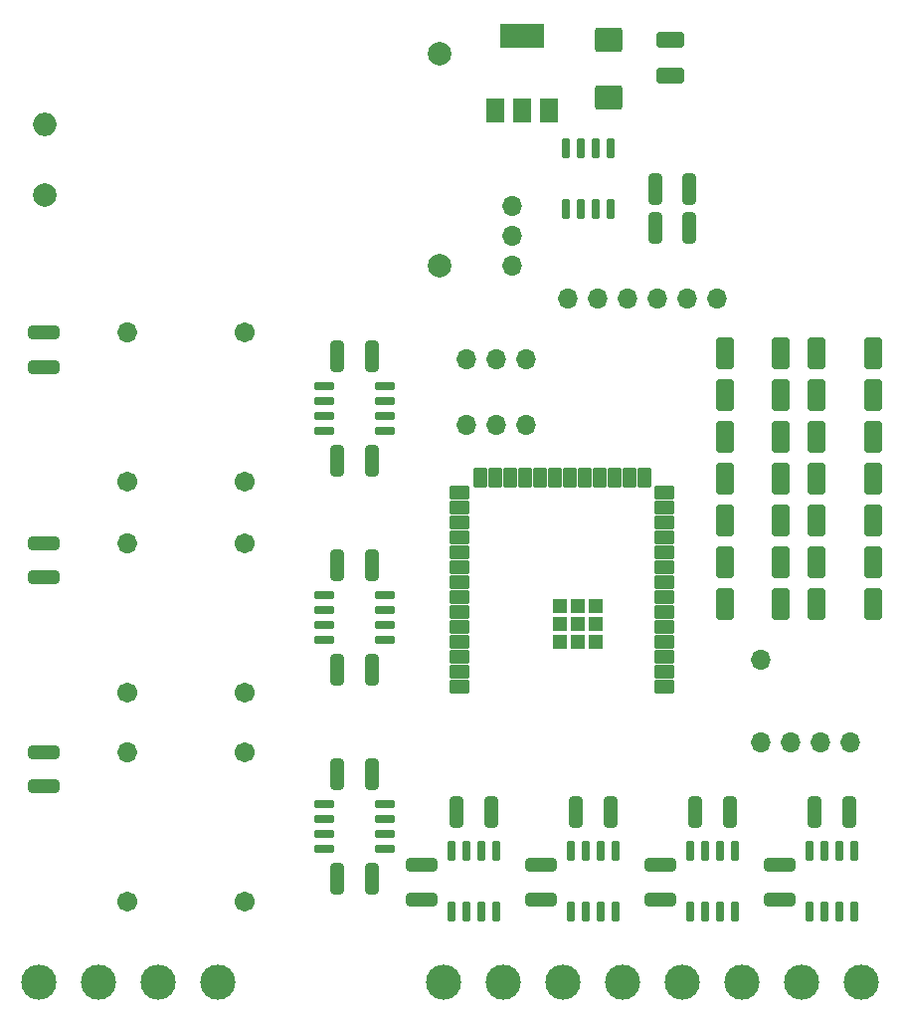
<source format=gbr>
%TF.GenerationSoftware,KiCad,Pcbnew,7.0.10*%
%TF.CreationDate,2024-06-26T03:26:06-03:00*%
%TF.ProjectId,board,626f6172-642e-46b6-9963-61645f706362,1.3*%
%TF.SameCoordinates,Original*%
%TF.FileFunction,Soldermask,Top*%
%TF.FilePolarity,Negative*%
%FSLAX46Y46*%
G04 Gerber Fmt 4.6, Leading zero omitted, Abs format (unit mm)*
G04 Created by KiCad (PCBNEW 7.0.10) date 2024-06-26 03:26:06*
%MOMM*%
%LPD*%
G01*
G04 APERTURE LIST*
G04 Aperture macros list*
%AMRoundRect*
0 Rectangle with rounded corners*
0 $1 Rounding radius*
0 $2 $3 $4 $5 $6 $7 $8 $9 X,Y pos of 4 corners*
0 Add a 4 corners polygon primitive as box body*
4,1,4,$2,$3,$4,$5,$6,$7,$8,$9,$2,$3,0*
0 Add four circle primitives for the rounded corners*
1,1,$1+$1,$2,$3*
1,1,$1+$1,$4,$5*
1,1,$1+$1,$6,$7*
1,1,$1+$1,$8,$9*
0 Add four rect primitives between the rounded corners*
20,1,$1+$1,$2,$3,$4,$5,0*
20,1,$1+$1,$4,$5,$6,$7,0*
20,1,$1+$1,$6,$7,$8,$9,0*
20,1,$1+$1,$8,$9,$2,$3,0*%
G04 Aperture macros list end*
%ADD10RoundRect,0.250000X0.925000X-0.412500X0.925000X0.412500X-0.925000X0.412500X-0.925000X-0.412500X0*%
%ADD11RoundRect,0.250000X0.925000X-0.787500X0.925000X0.787500X-0.925000X0.787500X-0.925000X-0.787500X0*%
%ADD12RoundRect,0.150000X-0.725000X-0.150000X0.725000X-0.150000X0.725000X0.150000X-0.725000X0.150000X0*%
%ADD13RoundRect,0.250000X0.500000X1.100000X-0.500000X1.100000X-0.500000X-1.100000X0.500000X-1.100000X0*%
%ADD14RoundRect,0.250000X-1.075000X0.312500X-1.075000X-0.312500X1.075000X-0.312500X1.075000X0.312500X0*%
%ADD15RoundRect,0.150000X0.150000X-0.725000X0.150000X0.725000X-0.150000X0.725000X-0.150000X-0.725000X0*%
%ADD16O,1.712000X1.712000*%
%ADD17C,1.712000*%
%ADD18RoundRect,0.250000X-0.312500X-1.075000X0.312500X-1.075000X0.312500X1.075000X-0.312500X1.075000X0*%
%ADD19O,2.000000X2.000000*%
%ADD20C,2.000000*%
%ADD21RoundRect,0.250000X0.312500X1.075000X-0.312500X1.075000X-0.312500X-1.075000X0.312500X-1.075000X0*%
%ADD22RoundRect,0.102000X0.750000X0.450000X-0.750000X0.450000X-0.750000X-0.450000X0.750000X-0.450000X0*%
%ADD23RoundRect,0.102000X0.450000X0.750000X-0.450000X0.750000X-0.450000X-0.750000X0.450000X-0.750000X0*%
%ADD24RoundRect,0.102000X0.500000X0.500000X-0.500000X0.500000X-0.500000X-0.500000X0.500000X-0.500000X0*%
%ADD25O,3.000000X3.000000*%
%ADD26C,3.000000*%
%ADD27O,1.700000X1.700000*%
%ADD28R,1.500000X2.000000*%
%ADD29R,3.800000X2.000000*%
G04 APERTURE END LIST*
D10*
%TO.C,C2*%
X164973000Y-43357500D03*
X164973000Y-40282500D03*
%TD*%
D11*
%TO.C,C1*%
X159766000Y-45212000D03*
X159766000Y-40287000D03*
%TD*%
D12*
%TO.C,AMP3*%
X135512800Y-105370000D03*
X135512800Y-106640000D03*
X135512800Y-107910000D03*
X135512800Y-109180000D03*
X140662800Y-109180000D03*
X140662800Y-107910000D03*
X140662800Y-106640000D03*
X140662800Y-105370000D03*
%TD*%
D13*
%TO.C,DZ14*%
X174409800Y-77684000D03*
X169609800Y-77684000D03*
%TD*%
D14*
%TO.C,R9*%
X143802800Y-110511500D03*
X143802800Y-113436500D03*
%TD*%
D15*
%TO.C,AMP8*%
X156121800Y-54732000D03*
X157391800Y-54732000D03*
X158661800Y-54732000D03*
X159931800Y-54732000D03*
X159931800Y-49582000D03*
X158661800Y-49582000D03*
X157391800Y-49582000D03*
X156121800Y-49582000D03*
%TD*%
D13*
%TO.C,DZ2*%
X174414800Y-67016000D03*
X169614800Y-67016000D03*
%TD*%
D16*
%TO.C,TP2*%
X118783800Y-83145000D03*
D17*
X118783800Y-95845000D03*
X128783800Y-95845000D03*
X128783800Y-83145000D03*
%TD*%
D18*
%TO.C,R7*%
X136625300Y-85050000D03*
X139550300Y-85050000D03*
%TD*%
D19*
%TO.C,PS1*%
X111734500Y-47546000D03*
D20*
X111734500Y-53546000D03*
X145334500Y-41546000D03*
X145334500Y-59546000D03*
%TD*%
D21*
%TO.C,R16*%
X149710300Y-106005000D03*
X146785300Y-106005000D03*
%TD*%
D22*
%TO.C,MCU1*%
X164515800Y-95377000D03*
X164515800Y-94107000D03*
X164515800Y-92837000D03*
X164515800Y-91567000D03*
X164515800Y-90297000D03*
X164515800Y-89027000D03*
X164515800Y-87757000D03*
X164515800Y-86487000D03*
X164515800Y-85217000D03*
X164515800Y-83947000D03*
X164515800Y-82677000D03*
X164515800Y-81407000D03*
X164515800Y-80137000D03*
X164515800Y-78867000D03*
D23*
X162750800Y-77617000D03*
X161480800Y-77617000D03*
X160210800Y-77617000D03*
X158940800Y-77617000D03*
X157670800Y-77617000D03*
X156400800Y-77617000D03*
X155130800Y-77617000D03*
X153860800Y-77617000D03*
X152590800Y-77617000D03*
X151320800Y-77617000D03*
X150050800Y-77617000D03*
X148780800Y-77617000D03*
D22*
X147015800Y-78867000D03*
X147015800Y-80137000D03*
X147015800Y-81407000D03*
X147015800Y-82677000D03*
X147015800Y-83947000D03*
X147015800Y-85217000D03*
X147015800Y-86487000D03*
X147015800Y-87757000D03*
X147015800Y-89027000D03*
X147015800Y-90297000D03*
X147015800Y-91567000D03*
X147015800Y-92837000D03*
X147015800Y-94107000D03*
X147015800Y-95377000D03*
D24*
X157125800Y-90027000D03*
X158625800Y-90027000D03*
X155625800Y-90027000D03*
X158625800Y-88527000D03*
X157125800Y-88527000D03*
X155625800Y-88527000D03*
X158625800Y-91527000D03*
X157125800Y-91527000D03*
X155625800Y-91527000D03*
%TD*%
D15*
%TO.C,AMP6*%
X166662800Y-114514000D03*
X167932800Y-114514000D03*
X169202800Y-114514000D03*
X170472800Y-114514000D03*
X170472800Y-109364000D03*
X169202800Y-109364000D03*
X167932800Y-109364000D03*
X166662800Y-109364000D03*
%TD*%
D13*
%TO.C,DZ13*%
X182270800Y-77684000D03*
X177470800Y-77684000D03*
%TD*%
D15*
%TO.C,AMP4*%
X146342800Y-114514000D03*
X147612800Y-114514000D03*
X148882800Y-114514000D03*
X150152800Y-114514000D03*
X150152800Y-109364000D03*
X148882800Y-109364000D03*
X147612800Y-109364000D03*
X146342800Y-109364000D03*
%TD*%
D21*
%TO.C,R17*%
X159870300Y-106005000D03*
X156945300Y-106005000D03*
%TD*%
D13*
%TO.C,DZ6*%
X174409800Y-74128000D03*
X169609800Y-74128000D03*
%TD*%
%TO.C,DZ5*%
X182257800Y-74128000D03*
X177457800Y-74128000D03*
%TD*%
D16*
%TO.C,TP1*%
X118783800Y-65238000D03*
D17*
X118783800Y-77938000D03*
X128783800Y-77938000D03*
X128783800Y-65238000D03*
%TD*%
D25*
%TO.C,J6*%
X176187800Y-120483000D03*
D26*
X181267800Y-120483000D03*
%TD*%
D14*
%TO.C,R4*%
X111671800Y-83145000D03*
X111671800Y-86070000D03*
%TD*%
D16*
%TO.C,TP3*%
X118783800Y-100925000D03*
D17*
X118783800Y-113625000D03*
X128783800Y-113625000D03*
X128783800Y-100925000D03*
%TD*%
D27*
%TO.C,P1*%
X147612800Y-73112000D03*
X150152800Y-73112000D03*
X152692800Y-73112000D03*
%TD*%
D18*
%TO.C,R2*%
X163676300Y-53046000D03*
X166601300Y-53046000D03*
%TD*%
D21*
%TO.C,R18*%
X170030300Y-106005000D03*
X167105300Y-106005000D03*
%TD*%
D14*
%TO.C,R11*%
X164122800Y-110511500D03*
X164122800Y-113436500D03*
%TD*%
D13*
%TO.C,DZ11*%
X182270800Y-81240000D03*
X177470800Y-81240000D03*
%TD*%
D27*
%TO.C,SW1*%
X151511000Y-54483000D03*
X151511000Y-57023000D03*
X151511000Y-59563000D03*
%TD*%
D18*
%TO.C,R6*%
X136625300Y-67270000D03*
X139550300Y-67270000D03*
%TD*%
D13*
%TO.C,DZ3*%
X182270800Y-70572000D03*
X177470800Y-70572000D03*
%TD*%
D14*
%TO.C,R10*%
X153962800Y-110511500D03*
X153962800Y-113436500D03*
%TD*%
%TO.C,R3*%
X111671800Y-65238000D03*
X111671800Y-68163000D03*
%TD*%
%TO.C,R12*%
X174282800Y-110511500D03*
X174282800Y-113436500D03*
%TD*%
D13*
%TO.C,DZ12*%
X174409800Y-81240000D03*
X169609800Y-81240000D03*
%TD*%
D25*
%TO.C,J3*%
X145707800Y-120483000D03*
D26*
X150787800Y-120483000D03*
%TD*%
D25*
%TO.C,J1*%
X111252000Y-120483000D03*
D26*
X116332000Y-120483000D03*
%TD*%
D21*
%TO.C,R19*%
X180190300Y-106005000D03*
X177265300Y-106005000D03*
%TD*%
D27*
%TO.C,P4*%
X147612800Y-67524000D03*
X150152800Y-67524000D03*
X152692800Y-67524000D03*
%TD*%
D21*
%TO.C,R15*%
X139550300Y-111720000D03*
X136625300Y-111720000D03*
%TD*%
D13*
%TO.C,DZ9*%
X182270800Y-84796000D03*
X177470800Y-84796000D03*
%TD*%
%TO.C,DZ7*%
X182270800Y-88352000D03*
X177470800Y-88352000D03*
%TD*%
D25*
%TO.C,J5*%
X166027800Y-120483000D03*
D26*
X171107800Y-120483000D03*
%TD*%
D14*
%TO.C,R5*%
X111671800Y-100925000D03*
X111671800Y-103850000D03*
%TD*%
D27*
%TO.C,P5*%
X168948800Y-62317000D03*
X166408800Y-62317000D03*
X163868800Y-62317000D03*
X161328800Y-62317000D03*
X158788800Y-62317000D03*
X156248800Y-62317000D03*
%TD*%
D13*
%TO.C,DZ4*%
X174414800Y-70572000D03*
X169614800Y-70572000D03*
%TD*%
D27*
%TO.C,P3*%
X172720000Y-100076000D03*
X175260000Y-100076000D03*
X177800000Y-100076000D03*
X180340000Y-100076000D03*
%TD*%
D21*
%TO.C,R13*%
X139550300Y-76160000D03*
X136625300Y-76160000D03*
%TD*%
D13*
%TO.C,DZ1*%
X182270800Y-67016000D03*
X177470800Y-67016000D03*
%TD*%
D18*
%TO.C,R8*%
X136625300Y-102830000D03*
X139550300Y-102830000D03*
%TD*%
D25*
%TO.C,J2*%
X121412000Y-120483000D03*
D26*
X126492000Y-120483000D03*
%TD*%
D27*
%TO.C,P2*%
X172720000Y-93091000D03*
%TD*%
D28*
%TO.C,PS2*%
X150086000Y-46315000D03*
X152386000Y-46315000D03*
D29*
X152386000Y-40015000D03*
D28*
X154686000Y-46315000D03*
%TD*%
D21*
%TO.C,R14*%
X139550300Y-93940000D03*
X136625300Y-93940000D03*
%TD*%
D13*
%TO.C,DZ8*%
X174409800Y-88352000D03*
X169609800Y-88352000D03*
%TD*%
%TO.C,DZ10*%
X174409800Y-84796000D03*
X169609800Y-84796000D03*
%TD*%
D15*
%TO.C,AMP7*%
X176822800Y-114514000D03*
X178092800Y-114514000D03*
X179362800Y-114514000D03*
X180632800Y-114514000D03*
X180632800Y-109364000D03*
X179362800Y-109364000D03*
X178092800Y-109364000D03*
X176822800Y-109364000D03*
%TD*%
%TO.C,AMP5*%
X156502800Y-114514000D03*
X157772800Y-114514000D03*
X159042800Y-114514000D03*
X160312800Y-114514000D03*
X160312800Y-109364000D03*
X159042800Y-109364000D03*
X157772800Y-109364000D03*
X156502800Y-109364000D03*
%TD*%
D21*
%TO.C,R1*%
X166601300Y-56348000D03*
X163676300Y-56348000D03*
%TD*%
D25*
%TO.C,J4*%
X155867800Y-120483000D03*
D26*
X160947800Y-120483000D03*
%TD*%
D12*
%TO.C,AMP2*%
X135512800Y-87590000D03*
X135512800Y-88860000D03*
X135512800Y-90130000D03*
X135512800Y-91400000D03*
X140662800Y-91400000D03*
X140662800Y-90130000D03*
X140662800Y-88860000D03*
X140662800Y-87590000D03*
%TD*%
%TO.C,AMP1*%
X135512800Y-69810000D03*
X135512800Y-71080000D03*
X135512800Y-72350000D03*
X135512800Y-73620000D03*
X140662800Y-73620000D03*
X140662800Y-72350000D03*
X140662800Y-71080000D03*
X140662800Y-69810000D03*
%TD*%
M02*

</source>
